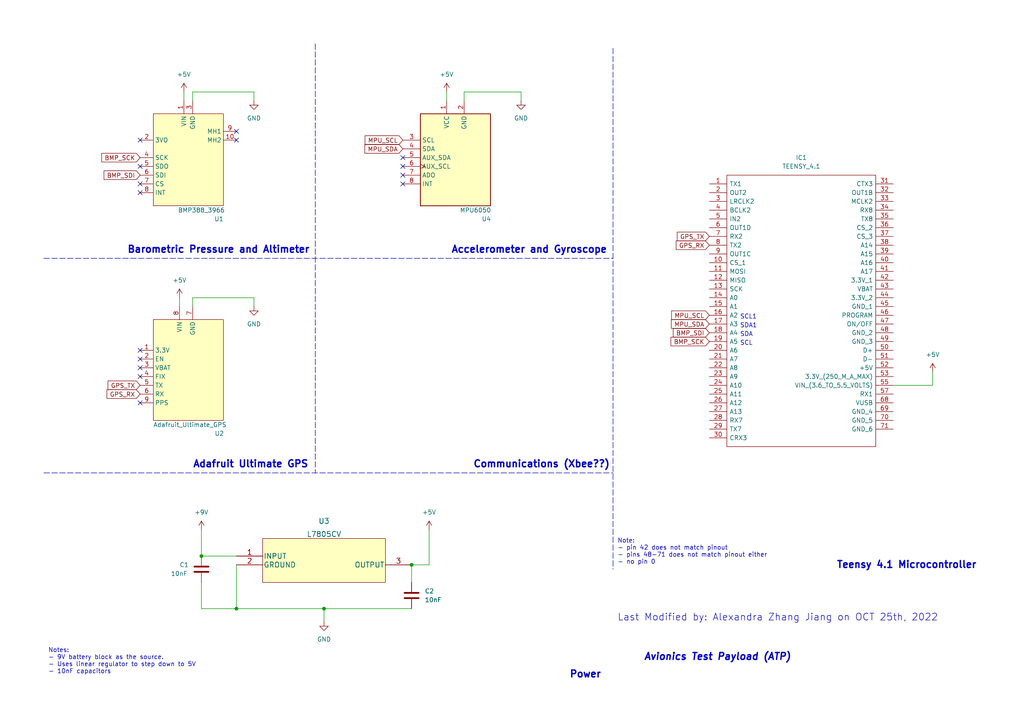
<source format=kicad_sch>
(kicad_sch (version 20211123) (generator eeschema)

  (uuid 914e70d8-4a87-401f-9eec-90c907ad61cb)

  (paper "A4")

  (lib_symbols
    (symbol "ATP_Teensy-lib:Adafruit_Ultimate_GPS" (in_bom yes) (on_board yes)
      (property "Reference" "U" (id 0) (at 0 -19.05 0)
        (effects (font (size 1.27 1.27)))
      )
      (property "Value" "Adafruit_Ultimate_GPS" (id 1) (at 0 -16.51 0)
        (effects (font (size 1.27 1.27)))
      )
      (property "Footprint" "" (id 2) (at 0 -19.05 0)
        (effects (font (size 1.27 1.27)) hide)
      )
      (property "Datasheet" "" (id 3) (at 0 -19.05 0)
        (effects (font (size 1.27 1.27)) hide)
      )
      (symbol "Adafruit_Ultimate_GPS_0_1"
        (rectangle (start -10.16 15.24) (end 10.16 -13.97)
          (stroke (width 0) (type default) (color 0 0 0 0))
          (fill (type background))
        )
      )
      (symbol "Adafruit_Ultimate_GPS_1_1"
        (pin power_out line (at -13.97 6.35 0) (length 3.81)
          (name "3.3V" (effects (font (size 1.27 1.27))))
          (number "1" (effects (font (size 1.27 1.27))))
        )
        (pin input line (at -13.97 3.81 0) (length 3.81)
          (name "EN" (effects (font (size 1.27 1.27))))
          (number "2" (effects (font (size 1.27 1.27))))
        )
        (pin input line (at -13.97 1.27 0) (length 3.81)
          (name "VBAT" (effects (font (size 1.27 1.27))))
          (number "3" (effects (font (size 1.27 1.27))))
        )
        (pin output line (at -13.97 -1.27 0) (length 3.81)
          (name "FIX" (effects (font (size 1.27 1.27))))
          (number "4" (effects (font (size 1.27 1.27))))
        )
        (pin output line (at -13.97 -3.81 0) (length 3.81)
          (name "TX" (effects (font (size 1.27 1.27))))
          (number "5" (effects (font (size 1.27 1.27))))
        )
        (pin input line (at -13.97 -6.35 0) (length 3.81)
          (name "RX" (effects (font (size 1.27 1.27))))
          (number "6" (effects (font (size 1.27 1.27))))
        )
        (pin power_in line (at 1.27 19.05 270) (length 3.81)
          (name "GND" (effects (font (size 1.27 1.27))))
          (number "7" (effects (font (size 1.27 1.27))))
        )
        (pin power_in line (at -2.54 19.05 270) (length 3.81)
          (name "VIN" (effects (font (size 1.27 1.27))))
          (number "8" (effects (font (size 1.27 1.27))))
        )
        (pin output line (at -13.97 -8.89 0) (length 3.81)
          (name "PPS" (effects (font (size 1.27 1.27))))
          (number "9" (effects (font (size 1.27 1.27))))
        )
      )
    )
    (symbol "ATP_Teensy-lib:BMP388_3966" (in_bom yes) (on_board yes)
      (property "Reference" "U" (id 0) (at 0 -17.78 0)
        (effects (font (size 1.27 1.27)))
      )
      (property "Value" "BMP388_3966" (id 1) (at 0 -15.24 0)
        (effects (font (size 1.27 1.27)))
      )
      (property "Footprint" "" (id 2) (at 0 -17.78 0)
        (effects (font (size 1.27 1.27)) hide)
      )
      (property "Datasheet" "" (id 3) (at 0 -17.78 0)
        (effects (font (size 1.27 1.27)) hide)
      )
      (symbol "BMP388_3966_0_1"
        (rectangle (start -10.16 13.97) (end 10.16 -12.7)
          (stroke (width 0) (type default) (color 0 0 0 0))
          (fill (type background))
        )
      )
      (symbol "BMP388_3966_1_1"
        (pin power_in line (at -1.27 17.78 270) (length 3.81)
          (name "VIN" (effects (font (size 1.27 1.27))))
          (number "1" (effects (font (size 1.27 1.27))))
        )
        (pin passive line (at 13.97 6.35 180) (length 3.81)
          (name "MH2" (effects (font (size 1.27 1.27))))
          (number "10" (effects (font (size 1.27 1.27))))
        )
        (pin passive line (at -13.97 6.35 0) (length 3.81)
          (name "3VO" (effects (font (size 1.27 1.27))))
          (number "2" (effects (font (size 1.27 1.27))))
        )
        (pin power_in line (at 1.27 17.78 270) (length 3.81)
          (name "GND" (effects (font (size 1.27 1.27))))
          (number "3" (effects (font (size 1.27 1.27))))
        )
        (pin output line (at -13.97 1.27 0) (length 3.81)
          (name "SCK" (effects (font (size 1.27 1.27))))
          (number "4" (effects (font (size 1.27 1.27))))
        )
        (pin input line (at -13.97 -1.27 0) (length 3.81)
          (name "SDO" (effects (font (size 1.27 1.27))))
          (number "5" (effects (font (size 1.27 1.27))))
        )
        (pin input line (at -13.97 -3.81 0) (length 3.81)
          (name "SDI" (effects (font (size 1.27 1.27))))
          (number "6" (effects (font (size 1.27 1.27))))
        )
        (pin input line (at -13.97 -6.35 0) (length 3.81)
          (name "CS" (effects (font (size 1.27 1.27))))
          (number "7" (effects (font (size 1.27 1.27))))
        )
        (pin output line (at -13.97 -8.89 0) (length 3.81)
          (name "INT" (effects (font (size 1.27 1.27))))
          (number "8" (effects (font (size 1.27 1.27))))
        )
        (pin passive line (at 13.97 8.89 180) (length 3.81)
          (name "MH1" (effects (font (size 1.27 1.27))))
          (number "9" (effects (font (size 1.27 1.27))))
        )
      )
    )
    (symbol "ATP_Teensy-lib:L7805CV" (pin_names (offset 0.254)) (in_bom yes) (on_board yes)
      (property "Reference" "U" (id 0) (at 0 12.7 0)
        (effects (font (size 1.524 1.524)))
      )
      (property "Value" "L7805CV" (id 1) (at 0 10.16 0)
        (effects (font (size 1.524 1.524)))
      )
      (property "Footprint" "TO-220_STM" (id 2) (at 0 8.636 0)
        (effects (font (size 1.524 1.524)) hide)
      )
      (property "Datasheet" "" (id 3) (at -25.4 2.54 0)
        (effects (font (size 1.524 1.524)))
      )
      (property "ki_locked" "" (id 4) (at 0 0 0)
        (effects (font (size 1.27 1.27)))
      )
      (property "ki_fp_filters" "TO-220_STM" (id 5) (at 0 0 0)
        (effects (font (size 1.27 1.27)) hide)
      )
      (symbol "L7805CV_1_1"
        (rectangle (start -17.78 7.62) (end 17.78 -5.08)
          (stroke (width 0) (type default) (color 0 0 0 0))
          (fill (type background))
        )
        (pin input line (at -25.4 2.54 0) (length 7.62)
          (name "INPUT" (effects (font (size 1.4986 1.4986))))
          (number "1" (effects (font (size 1.4986 1.4986))))
        )
        (pin power_in line (at -25.4 0 0) (length 7.62)
          (name "GROUND" (effects (font (size 1.4986 1.4986))))
          (number "2" (effects (font (size 1.4986 1.4986))))
        )
        (pin output line (at 25.4 0 180) (length 7.62)
          (name "OUTPUT" (effects (font (size 1.4986 1.4986))))
          (number "3" (effects (font (size 1.4986 1.4986))))
        )
      )
    )
    (symbol "ATP_Teensy-lib:MPU6050" (in_bom yes) (on_board yes)
      (property "Reference" "U" (id 0) (at 0 -19.05 0)
        (effects (font (size 1.27 1.27)))
      )
      (property "Value" "MPU6050" (id 1) (at 0 -16.51 0)
        (effects (font (size 1.27 1.27)))
      )
      (property "Footprint" "" (id 2) (at 0 -19.05 0)
        (effects (font (size 1.27 1.27)) hide)
      )
      (property "Datasheet" "" (id 3) (at 0 -19.05 0)
        (effects (font (size 1.27 1.27)) hide)
      )
      (symbol "MPU6050_0_0"
        (text "" (at 15.24 -3.81 0)
          (effects (font (size 1.27 1.27)))
        )
      )
      (symbol "MPU6050_0_1"
        (rectangle (start -10.16 12.7) (end 10.16 -13.97)
          (stroke (width 0.254) (type default) (color 0 0 0 0))
          (fill (type background))
        )
      )
      (symbol "MPU6050_1_1"
        (pin power_in line (at -2.54 16.51 270) (length 3.81)
          (name "VCC" (effects (font (size 1.27 1.27))))
          (number "1" (effects (font (size 1.27 1.27))))
        )
        (pin power_in line (at 2.54 16.51 270) (length 3.81)
          (name "GND" (effects (font (size 1.27 1.27))))
          (number "2" (effects (font (size 1.27 1.27))))
        )
        (pin input line (at -15.24 5.08 0) (length 5.08)
          (name "SCL" (effects (font (size 1.27 1.27))))
          (number "3" (effects (font (size 1.27 1.27))))
        )
        (pin bidirectional line (at -15.24 2.54 0) (length 5.08)
          (name "SDA" (effects (font (size 1.27 1.27))))
          (number "4" (effects (font (size 1.27 1.27))))
        )
        (pin bidirectional line (at -15.24 0 0) (length 5.08)
          (name "AUX_SDA" (effects (font (size 1.27 1.27))))
          (number "5" (effects (font (size 1.27 1.27))))
        )
        (pin output clock (at -15.24 -2.54 0) (length 5.08)
          (name "AUX_SCL" (effects (font (size 1.27 1.27))))
          (number "6" (effects (font (size 1.27 1.27))))
        )
        (pin passive line (at -15.24 -5.08 0) (length 5.08)
          (name "ADO" (effects (font (size 1.27 1.27))))
          (number "7" (effects (font (size 1.27 1.27))))
        )
        (pin output line (at -15.24 -7.62 0) (length 5.08)
          (name "INT" (effects (font (size 1.27 1.27))))
          (number "8" (effects (font (size 1.27 1.27))))
        )
      )
    )
    (symbol "ATP_Teensy-lib:TEENSY_4.1" (pin_names (offset 0.762)) (in_bom yes) (on_board yes)
      (property "Reference" "IC" (id 0) (at -21.59 41.91 0)
        (effects (font (size 1.27 1.27)) (justify left))
      )
      (property "Value" "TEENSY_4.1" (id 1) (at -21.59 39.37 0)
        (effects (font (size 1.27 1.27)) (justify left))
      )
      (property "Footprint" "TEENSY41" (id 2) (at 36.83 36.83 0)
        (effects (font (size 1.27 1.27)) (justify left) hide)
      )
      (property "Datasheet" "https://www.pjrc.com/store/teensy41.html" (id 3) (at 36.83 34.29 0)
        (effects (font (size 1.27 1.27)) (justify left) hide)
      )
      (property "Description" "Teensy 4.1 Development Board" (id 4) (at 36.83 31.75 0)
        (effects (font (size 1.27 1.27)) (justify left) hide)
      )
      (property "Height" "" (id 5) (at 22.86 30.48 0)
        (effects (font (size 1.27 1.27)) (justify left) hide)
      )
      (property "Manufacturer_Name" "PJRC" (id 6) (at 36.83 29.21 0)
        (effects (font (size 1.27 1.27)) (justify left) hide)
      )
      (property "Manufacturer_Part_Number" "TEENSY 4.1" (id 7) (at 36.83 26.67 0)
        (effects (font (size 1.27 1.27)) (justify left) hide)
      )
      (property "Mouser Part Number" "" (id 8) (at 22.86 22.86 0)
        (effects (font (size 1.27 1.27)) (justify left) hide)
      )
      (property "Mouser Price/Stock" "" (id 9) (at 22.86 20.32 0)
        (effects (font (size 1.27 1.27)) (justify left) hide)
      )
      (property "Arrow Part Number" "" (id 10) (at 22.86 17.78 0)
        (effects (font (size 1.27 1.27)) (justify left) hide)
      )
      (property "Arrow Price/Stock" "" (id 11) (at 22.86 15.24 0)
        (effects (font (size 1.27 1.27)) (justify left) hide)
      )
      (property "Mouser Testing Part Number" "" (id 12) (at 22.86 12.7 0)
        (effects (font (size 1.27 1.27)) (justify left) hide)
      )
      (property "Mouser Testing Price/Stock" "" (id 13) (at 22.86 10.16 0)
        (effects (font (size 1.27 1.27)) (justify left) hide)
      )
      (property "ki_description" "Teensy 4.1 Development Board" (id 14) (at 0 0 0)
        (effects (font (size 1.27 1.27)) hide)
      )
      (symbol "TEENSY_4.1_0_0"
        (pin passive line (at -26.67 35.56 0) (length 5.08)
          (name "TX1" (effects (font (size 1.27 1.27))))
          (number "1" (effects (font (size 1.27 1.27))))
        )
        (pin passive line (at -26.67 12.7 0) (length 5.08)
          (name "CS_1" (effects (font (size 1.27 1.27))))
          (number "10" (effects (font (size 1.27 1.27))))
        )
        (pin passive line (at -26.67 10.16 0) (length 5.08)
          (name "MOSI" (effects (font (size 1.27 1.27))))
          (number "11" (effects (font (size 1.27 1.27))))
        )
        (pin passive line (at -26.67 7.62 0) (length 5.08)
          (name "MISO" (effects (font (size 1.27 1.27))))
          (number "12" (effects (font (size 1.27 1.27))))
        )
        (pin passive line (at -26.67 5.08 0) (length 5.08)
          (name "SCK" (effects (font (size 1.27 1.27))))
          (number "13" (effects (font (size 1.27 1.27))))
        )
        (pin passive line (at -26.67 2.54 0) (length 5.08)
          (name "A0" (effects (font (size 1.27 1.27))))
          (number "14" (effects (font (size 1.27 1.27))))
        )
        (pin passive line (at -26.67 0 0) (length 5.08)
          (name "A1" (effects (font (size 1.27 1.27))))
          (number "15" (effects (font (size 1.27 1.27))))
        )
        (pin passive line (at -26.67 -2.54 0) (length 5.08)
          (name "A2" (effects (font (size 1.27 1.27))))
          (number "16" (effects (font (size 1.27 1.27))))
        )
        (pin passive line (at -26.67 -5.08 0) (length 5.08)
          (name "A3" (effects (font (size 1.27 1.27))))
          (number "17" (effects (font (size 1.27 1.27))))
        )
        (pin passive line (at -26.67 -7.62 0) (length 5.08)
          (name "A4" (effects (font (size 1.27 1.27))))
          (number "18" (effects (font (size 1.27 1.27))))
        )
        (pin passive line (at -26.67 -10.16 0) (length 5.08)
          (name "A5" (effects (font (size 1.27 1.27))))
          (number "19" (effects (font (size 1.27 1.27))))
        )
        (pin passive line (at -26.67 33.02 0) (length 5.08)
          (name "OUT2" (effects (font (size 1.27 1.27))))
          (number "2" (effects (font (size 1.27 1.27))))
        )
        (pin passive line (at -26.67 -12.7 0) (length 5.08)
          (name "A6" (effects (font (size 1.27 1.27))))
          (number "20" (effects (font (size 1.27 1.27))))
        )
        (pin passive line (at -26.67 -15.24 0) (length 5.08)
          (name "A7" (effects (font (size 1.27 1.27))))
          (number "21" (effects (font (size 1.27 1.27))))
        )
        (pin passive line (at -26.67 -17.78 0) (length 5.08)
          (name "A8" (effects (font (size 1.27 1.27))))
          (number "22" (effects (font (size 1.27 1.27))))
        )
        (pin passive line (at -26.67 -20.32 0) (length 5.08)
          (name "A9" (effects (font (size 1.27 1.27))))
          (number "23" (effects (font (size 1.27 1.27))))
        )
        (pin passive line (at -26.67 -22.86 0) (length 5.08)
          (name "A10" (effects (font (size 1.27 1.27))))
          (number "24" (effects (font (size 1.27 1.27))))
        )
        (pin passive line (at -26.67 -25.4 0) (length 5.08)
          (name "A11" (effects (font (size 1.27 1.27))))
          (number "25" (effects (font (size 1.27 1.27))))
        )
        (pin passive line (at -26.67 -27.94 0) (length 5.08)
          (name "A12" (effects (font (size 1.27 1.27))))
          (number "26" (effects (font (size 1.27 1.27))))
        )
        (pin passive line (at -26.67 -30.48 0) (length 5.08)
          (name "A13" (effects (font (size 1.27 1.27))))
          (number "27" (effects (font (size 1.27 1.27))))
        )
        (pin passive line (at -26.67 -33.02 0) (length 5.08)
          (name "RX7" (effects (font (size 1.27 1.27))))
          (number "28" (effects (font (size 1.27 1.27))))
        )
        (pin passive line (at -26.67 -35.56 0) (length 5.08)
          (name "TX7" (effects (font (size 1.27 1.27))))
          (number "29" (effects (font (size 1.27 1.27))))
        )
        (pin passive line (at -26.67 30.48 0) (length 5.08)
          (name "LRCLK2" (effects (font (size 1.27 1.27))))
          (number "3" (effects (font (size 1.27 1.27))))
        )
        (pin passive line (at -26.67 -38.1 0) (length 5.08)
          (name "CRX3" (effects (font (size 1.27 1.27))))
          (number "30" (effects (font (size 1.27 1.27))))
        )
        (pin passive line (at 26.67 35.56 180) (length 5.08)
          (name "CTX3" (effects (font (size 1.27 1.27))))
          (number "31" (effects (font (size 1.27 1.27))))
        )
        (pin passive line (at 26.67 33.02 180) (length 5.08)
          (name "OUT1B" (effects (font (size 1.27 1.27))))
          (number "32" (effects (font (size 1.27 1.27))))
        )
        (pin passive line (at 26.67 30.48 180) (length 5.08)
          (name "MCLK2" (effects (font (size 1.27 1.27))))
          (number "33" (effects (font (size 1.27 1.27))))
        )
        (pin passive line (at 26.67 27.94 180) (length 5.08)
          (name "RX8" (effects (font (size 1.27 1.27))))
          (number "34" (effects (font (size 1.27 1.27))))
        )
        (pin passive line (at 26.67 25.4 180) (length 5.08)
          (name "TX8" (effects (font (size 1.27 1.27))))
          (number "35" (effects (font (size 1.27 1.27))))
        )
        (pin passive line (at 26.67 22.86 180) (length 5.08)
          (name "CS_2" (effects (font (size 1.27 1.27))))
          (number "36" (effects (font (size 1.27 1.27))))
        )
        (pin passive line (at 26.67 20.32 180) (length 5.08)
          (name "CS_3" (effects (font (size 1.27 1.27))))
          (number "37" (effects (font (size 1.27 1.27))))
        )
        (pin passive line (at 26.67 17.78 180) (length 5.08)
          (name "A14" (effects (font (size 1.27 1.27))))
          (number "38" (effects (font (size 1.27 1.27))))
        )
        (pin passive line (at 26.67 15.24 180) (length 5.08)
          (name "A15" (effects (font (size 1.27 1.27))))
          (number "39" (effects (font (size 1.27 1.27))))
        )
        (pin passive line (at -26.67 27.94 0) (length 5.08)
          (name "BCLK2" (effects (font (size 1.27 1.27))))
          (number "4" (effects (font (size 1.27 1.27))))
        )
        (pin passive line (at 26.67 12.7 180) (length 5.08)
          (name "A16" (effects (font (size 1.27 1.27))))
          (number "40" (effects (font (size 1.27 1.27))))
        )
        (pin passive line (at 26.67 10.16 180) (length 5.08)
          (name "A17" (effects (font (size 1.27 1.27))))
          (number "41" (effects (font (size 1.27 1.27))))
        )
        (pin passive line (at 26.67 7.62 180) (length 5.08)
          (name "3.3V_1" (effects (font (size 1.27 1.27))))
          (number "42" (effects (font (size 1.27 1.27))))
        )
        (pin passive line (at 26.67 5.08 180) (length 5.08)
          (name "VBAT" (effects (font (size 1.27 1.27))))
          (number "43" (effects (font (size 1.27 1.27))))
        )
        (pin passive line (at 26.67 2.54 180) (length 5.08)
          (name "3.3V_2" (effects (font (size 1.27 1.27))))
          (number "44" (effects (font (size 1.27 1.27))))
        )
        (pin passive line (at 26.67 0 180) (length 5.08)
          (name "GND_1" (effects (font (size 1.27 1.27))))
          (number "45" (effects (font (size 1.27 1.27))))
        )
        (pin passive line (at 26.67 -2.54 180) (length 5.08)
          (name "PROGRAM" (effects (font (size 1.27 1.27))))
          (number "46" (effects (font (size 1.27 1.27))))
        )
        (pin passive line (at 26.67 -5.08 180) (length 5.08)
          (name "ON/OFF" (effects (font (size 1.27 1.27))))
          (number "47" (effects (font (size 1.27 1.27))))
        )
        (pin passive line (at 26.67 -7.62 180) (length 5.08)
          (name "GND_2" (effects (font (size 1.27 1.27))))
          (number "48" (effects (font (size 1.27 1.27))))
        )
        (pin passive line (at 26.67 -10.16 180) (length 5.08)
          (name "GND_3" (effects (font (size 1.27 1.27))))
          (number "49" (effects (font (size 1.27 1.27))))
        )
        (pin passive line (at -26.67 25.4 0) (length 5.08)
          (name "IN2" (effects (font (size 1.27 1.27))))
          (number "5" (effects (font (size 1.27 1.27))))
        )
        (pin passive line (at 26.67 -12.7 180) (length 5.08)
          (name "D+" (effects (font (size 1.27 1.27))))
          (number "50" (effects (font (size 1.27 1.27))))
        )
        (pin passive line (at 26.67 -15.24 180) (length 5.08)
          (name "D-" (effects (font (size 1.27 1.27))))
          (number "51" (effects (font (size 1.27 1.27))))
        )
        (pin passive line (at 26.67 -17.78 180) (length 5.08)
          (name "+5V" (effects (font (size 1.27 1.27))))
          (number "52" (effects (font (size 1.27 1.27))))
        )
        (pin passive line (at 26.67 -20.32 180) (length 5.08)
          (name "3.3V_(250_M_A_MAX)" (effects (font (size 1.27 1.27))))
          (number "53" (effects (font (size 1.27 1.27))))
        )
        (pin passive line (at 26.67 -22.86 180) (length 5.08)
          (name "VIN_(3.6_TO_5.5_VOLTS)" (effects (font (size 1.27 1.27))))
          (number "55" (effects (font (size 1.27 1.27))))
        )
        (pin passive line (at 26.67 -25.4 180) (length 5.08)
          (name "RX1" (effects (font (size 1.27 1.27))))
          (number "57" (effects (font (size 1.27 1.27))))
        )
        (pin passive line (at -26.67 22.86 0) (length 5.08)
          (name "OUT1D" (effects (font (size 1.27 1.27))))
          (number "6" (effects (font (size 1.27 1.27))))
        )
        (pin passive line (at 26.67 -27.94 180) (length 5.08)
          (name "VUSB" (effects (font (size 1.27 1.27))))
          (number "68" (effects (font (size 1.27 1.27))))
        )
        (pin passive line (at 26.67 -30.48 180) (length 5.08)
          (name "GND_4" (effects (font (size 1.27 1.27))))
          (number "69" (effects (font (size 1.27 1.27))))
        )
        (pin passive line (at -26.67 20.32 0) (length 5.08)
          (name "RX2" (effects (font (size 1.27 1.27))))
          (number "7" (effects (font (size 1.27 1.27))))
        )
        (pin passive line (at 26.67 -33.02 180) (length 5.08)
          (name "GND_5" (effects (font (size 1.27 1.27))))
          (number "70" (effects (font (size 1.27 1.27))))
        )
        (pin passive line (at 26.67 -35.56 180) (length 5.08)
          (name "GND_6" (effects (font (size 1.27 1.27))))
          (number "71" (effects (font (size 1.27 1.27))))
        )
        (pin passive line (at -26.67 17.78 0) (length 5.08)
          (name "TX2" (effects (font (size 1.27 1.27))))
          (number "8" (effects (font (size 1.27 1.27))))
        )
        (pin passive line (at -26.67 15.24 0) (length 5.08)
          (name "OUT1C" (effects (font (size 1.27 1.27))))
          (number "9" (effects (font (size 1.27 1.27))))
        )
      )
      (symbol "TEENSY_4.1_0_1"
        (polyline
          (pts
            (xy -21.59 38.1)
            (xy 21.59 38.1)
            (xy 21.59 -40.64)
            (xy -21.59 -40.64)
            (xy -21.59 38.1)
          )
          (stroke (width 0.1524) (type default) (color 0 0 0 0))
          (fill (type none))
        )
      )
    )
    (symbol "Device:C" (pin_numbers hide) (pin_names (offset 0.254)) (in_bom yes) (on_board yes)
      (property "Reference" "C" (id 0) (at 0.635 2.54 0)
        (effects (font (size 1.27 1.27)) (justify left))
      )
      (property "Value" "C" (id 1) (at 0.635 -2.54 0)
        (effects (font (size 1.27 1.27)) (justify left))
      )
      (property "Footprint" "" (id 2) (at 0.9652 -3.81 0)
        (effects (font (size 1.27 1.27)) hide)
      )
      (property "Datasheet" "~" (id 3) (at 0 0 0)
        (effects (font (size 1.27 1.27)) hide)
      )
      (property "ki_keywords" "cap capacitor" (id 4) (at 0 0 0)
        (effects (font (size 1.27 1.27)) hide)
      )
      (property "ki_description" "Unpolarized capacitor" (id 5) (at 0 0 0)
        (effects (font (size 1.27 1.27)) hide)
      )
      (property "ki_fp_filters" "C_*" (id 6) (at 0 0 0)
        (effects (font (size 1.27 1.27)) hide)
      )
      (symbol "C_0_1"
        (polyline
          (pts
            (xy -2.032 -0.762)
            (xy 2.032 -0.762)
          )
          (stroke (width 0.508) (type default) (color 0 0 0 0))
          (fill (type none))
        )
        (polyline
          (pts
            (xy -2.032 0.762)
            (xy 2.032 0.762)
          )
          (stroke (width 0.508) (type default) (color 0 0 0 0))
          (fill (type none))
        )
      )
      (symbol "C_1_1"
        (pin passive line (at 0 3.81 270) (length 2.794)
          (name "~" (effects (font (size 1.27 1.27))))
          (number "1" (effects (font (size 1.27 1.27))))
        )
        (pin passive line (at 0 -3.81 90) (length 2.794)
          (name "~" (effects (font (size 1.27 1.27))))
          (number "2" (effects (font (size 1.27 1.27))))
        )
      )
    )
    (symbol "power:+5V" (power) (pin_names (offset 0)) (in_bom yes) (on_board yes)
      (property "Reference" "#PWR" (id 0) (at 0 -3.81 0)
        (effects (font (size 1.27 1.27)) hide)
      )
      (property "Value" "+5V" (id 1) (at 0 3.556 0)
        (effects (font (size 1.27 1.27)))
      )
      (property "Footprint" "" (id 2) (at 0 0 0)
        (effects (font (size 1.27 1.27)) hide)
      )
      (property "Datasheet" "" (id 3) (at 0 0 0)
        (effects (font (size 1.27 1.27)) hide)
      )
      (property "ki_keywords" "power-flag" (id 4) (at 0 0 0)
        (effects (font (size 1.27 1.27)) hide)
      )
      (property "ki_description" "Power symbol creates a global label with name \"+5V\"" (id 5) (at 0 0 0)
        (effects (font (size 1.27 1.27)) hide)
      )
      (symbol "+5V_0_1"
        (polyline
          (pts
            (xy -0.762 1.27)
            (xy 0 2.54)
          )
          (stroke (width 0) (type default) (color 0 0 0 0))
          (fill (type none))
        )
        (polyline
          (pts
            (xy 0 0)
            (xy 0 2.54)
          )
          (stroke (width 0) (type default) (color 0 0 0 0))
          (fill (type none))
        )
        (polyline
          (pts
            (xy 0 2.54)
            (xy 0.762 1.27)
          )
          (stroke (width 0) (type default) (color 0 0 0 0))
          (fill (type none))
        )
      )
      (symbol "+5V_1_1"
        (pin power_in line (at 0 0 90) (length 0) hide
          (name "+5V" (effects (font (size 1.27 1.27))))
          (number "1" (effects (font (size 1.27 1.27))))
        )
      )
    )
    (symbol "power:+9V" (power) (pin_names (offset 0)) (in_bom yes) (on_board yes)
      (property "Reference" "#PWR" (id 0) (at 0 -3.81 0)
        (effects (font (size 1.27 1.27)) hide)
      )
      (property "Value" "+9V" (id 1) (at 0 3.556 0)
        (effects (font (size 1.27 1.27)))
      )
      (property "Footprint" "" (id 2) (at 0 0 0)
        (effects (font (size 1.27 1.27)) hide)
      )
      (property "Datasheet" "" (id 3) (at 0 0 0)
        (effects (font (size 1.27 1.27)) hide)
      )
      (property "ki_keywords" "power-flag" (id 4) (at 0 0 0)
        (effects (font (size 1.27 1.27)) hide)
      )
      (property "ki_description" "Power symbol creates a global label with name \"+9V\"" (id 5) (at 0 0 0)
        (effects (font (size 1.27 1.27)) hide)
      )
      (symbol "+9V_0_1"
        (polyline
          (pts
            (xy -0.762 1.27)
            (xy 0 2.54)
          )
          (stroke (width 0) (type default) (color 0 0 0 0))
          (fill (type none))
        )
        (polyline
          (pts
            (xy 0 0)
            (xy 0 2.54)
          )
          (stroke (width 0) (type default) (color 0 0 0 0))
          (fill (type none))
        )
        (polyline
          (pts
            (xy 0 2.54)
            (xy 0.762 1.27)
          )
          (stroke (width 0) (type default) (color 0 0 0 0))
          (fill (type none))
        )
      )
      (symbol "+9V_1_1"
        (pin power_in line (at 0 0 90) (length 0) hide
          (name "+9V" (effects (font (size 1.27 1.27))))
          (number "1" (effects (font (size 1.27 1.27))))
        )
      )
    )
    (symbol "power:GND" (power) (pin_names (offset 0)) (in_bom yes) (on_board yes)
      (property "Reference" "#PWR" (id 0) (at 0 -6.35 0)
        (effects (font (size 1.27 1.27)) hide)
      )
      (property "Value" "GND" (id 1) (at 0 -3.81 0)
        (effects (font (size 1.27 1.27)))
      )
      (property "Footprint" "" (id 2) (at 0 0 0)
        (effects (font (size 1.27 1.27)) hide)
      )
      (property "Datasheet" "" (id 3) (at 0 0 0)
        (effects (font (size 1.27 1.27)) hide)
      )
      (property "ki_keywords" "power-flag" (id 4) (at 0 0 0)
        (effects (font (size 1.27 1.27)) hide)
      )
      (property "ki_description" "Power symbol creates a global label with name \"GND\" , ground" (id 5) (at 0 0 0)
        (effects (font (size 1.27 1.27)) hide)
      )
      (symbol "GND_0_1"
        (polyline
          (pts
            (xy 0 0)
            (xy 0 -1.27)
            (xy 1.27 -1.27)
            (xy 0 -2.54)
            (xy -1.27 -1.27)
            (xy 0 -1.27)
          )
          (stroke (width 0) (type default) (color 0 0 0 0))
          (fill (type none))
        )
      )
      (symbol "GND_1_1"
        (pin power_in line (at 0 0 270) (length 0) hide
          (name "GND" (effects (font (size 1.27 1.27))))
          (number "1" (effects (font (size 1.27 1.27))))
        )
      )
    )
  )

  (junction (at 93.98 176.53) (diameter 0) (color 0 0 0 0)
    (uuid 35b85451-8669-45b4-96c4-fd9e7becc0bd)
  )
  (junction (at 58.42 161.29) (diameter 0) (color 0 0 0 0)
    (uuid 9e3a3e9d-9c5e-480d-92a4-a26db2a836ac)
  )
  (junction (at 119.38 163.83) (diameter 0) (color 0 0 0 0)
    (uuid a5d4166c-2e45-4d28-ac95-33a724bc00a2)
  )
  (junction (at 68.58 176.53) (diameter 0) (color 0 0 0 0)
    (uuid f858f8d9-4b09-4f6b-bf27-e4d2f74c8618)
  )

  (no_connect (at 40.64 40.64) (uuid 0e68508b-b22f-4be7-963a-68e1a0aa3b25))
  (no_connect (at 116.84 53.34) (uuid 1544042b-04cf-41e9-99ed-731fd06b0984))
  (no_connect (at 116.84 45.72) (uuid 1544042b-04cf-41e9-99ed-731fd06b0984))
  (no_connect (at 116.84 48.26) (uuid 1544042b-04cf-41e9-99ed-731fd06b0984))
  (no_connect (at 116.84 50.8) (uuid 1544042b-04cf-41e9-99ed-731fd06b0984))
  (no_connect (at 68.58 40.64) (uuid 785d1d9c-a9a8-4e3c-a922-b87a1e95107d))
  (no_connect (at 68.58 38.1) (uuid 785d1d9c-a9a8-4e3c-a922-b87a1e95107d))
  (no_connect (at 40.64 55.88) (uuid 943bef48-4dc9-4e66-9894-3c52319d7858))
  (no_connect (at 40.64 48.26) (uuid 943bef48-4dc9-4e66-9894-3c52319d7858))
  (no_connect (at 40.64 53.34) (uuid 943bef48-4dc9-4e66-9894-3c52319d7858))
  (no_connect (at 40.64 101.6) (uuid d74586bd-2b34-4173-8838-e747cf94934c))
  (no_connect (at 40.64 109.22) (uuid d74586bd-2b34-4173-8838-e747cf94934c))
  (no_connect (at 40.64 104.14) (uuid d74586bd-2b34-4173-8838-e747cf94934c))
  (no_connect (at 40.64 106.68) (uuid d74586bd-2b34-4173-8838-e747cf94934c))
  (no_connect (at 40.64 116.84) (uuid d74586bd-2b34-4173-8838-e747cf94934c))

  (wire (pts (xy 270.51 111.76) (xy 270.51 107.95))
    (stroke (width 0) (type default) (color 0 0 0 0))
    (uuid 07fa8cea-22c5-4afa-b3ca-372105a93243)
  )
  (wire (pts (xy 52.07 86.36) (xy 52.07 88.9))
    (stroke (width 0) (type default) (color 0 0 0 0))
    (uuid 0c1d085f-fb4a-449a-9136-cd233a39343b)
  )
  (wire (pts (xy 119.38 163.83) (xy 119.38 168.91))
    (stroke (width 0) (type default) (color 0 0 0 0))
    (uuid 10bcee2d-664f-4b77-82c3-0884e8e1c929)
  )
  (wire (pts (xy 55.88 86.36) (xy 73.66 86.36))
    (stroke (width 0) (type default) (color 0 0 0 0))
    (uuid 19612e4f-4370-4cff-a6d0-c3cd84f656aa)
  )
  (wire (pts (xy 129.54 26.67) (xy 129.54 29.21))
    (stroke (width 0) (type default) (color 0 0 0 0))
    (uuid 1e0b60d2-98b7-4c5d-af6b-7bd2698dfc1d)
  )
  (wire (pts (xy 68.58 163.83) (xy 68.58 176.53))
    (stroke (width 0) (type default) (color 0 0 0 0))
    (uuid 23eebc5c-3cfe-4696-ac55-12890f3c9ee6)
  )
  (polyline (pts (xy 91.44 12.7) (xy 91.44 137.16))
    (stroke (width 0) (type default) (color 0 0 0 0))
    (uuid 2b7e3deb-c724-4f0e-b805-1d97f159b579)
  )

  (wire (pts (xy 58.42 153.67) (xy 58.42 161.29))
    (stroke (width 0) (type default) (color 0 0 0 0))
    (uuid 2e9a3839-ac11-4698-85a5-7b2f7820f7ad)
  )
  (wire (pts (xy 93.98 176.53) (xy 119.38 176.53))
    (stroke (width 0) (type default) (color 0 0 0 0))
    (uuid 2f98b04a-27b7-45bb-ae67-2d80348be50c)
  )
  (wire (pts (xy 58.42 168.91) (xy 58.42 176.53))
    (stroke (width 0) (type default) (color 0 0 0 0))
    (uuid 32f364c3-6416-4bdc-a3d9-4676b368ef6b)
  )
  (polyline (pts (xy 12.7 74.93) (xy 177.8 74.93))
    (stroke (width 0) (type default) (color 0 0 0 0))
    (uuid 38acd255-74d5-4616-aedf-0cedcbc44e3d)
  )

  (wire (pts (xy 93.98 176.53) (xy 93.98 180.34))
    (stroke (width 0) (type default) (color 0 0 0 0))
    (uuid 3eba5d67-6f51-460a-81ea-1747ad6b1670)
  )
  (wire (pts (xy 151.13 26.67) (xy 151.13 29.21))
    (stroke (width 0) (type default) (color 0 0 0 0))
    (uuid 458ab6e1-6f57-4c92-9af9-d5723d50dcfe)
  )
  (wire (pts (xy 53.34 26.67) (xy 53.34 29.21))
    (stroke (width 0) (type default) (color 0 0 0 0))
    (uuid 48b9fc32-04bb-482a-9788-15682e68b776)
  )
  (wire (pts (xy 55.88 26.67) (xy 73.66 26.67))
    (stroke (width 0) (type default) (color 0 0 0 0))
    (uuid 6bcaf0be-ac24-48b0-8ca2-f041f364afcc)
  )
  (wire (pts (xy 134.62 29.21) (xy 134.62 26.67))
    (stroke (width 0) (type default) (color 0 0 0 0))
    (uuid 76812138-5e23-4182-bf3e-ee6c32fef3e0)
  )
  (wire (pts (xy 55.88 26.67) (xy 55.88 29.21))
    (stroke (width 0) (type default) (color 0 0 0 0))
    (uuid 86ac5eb5-2fb6-4bfd-9752-9b1b1661e8dc)
  )
  (polyline (pts (xy 177.8 13.97) (xy 177.8 165.1))
    (stroke (width 0) (type default) (color 0 0 0 0))
    (uuid 8c74611c-8522-4152-bfcd-bf4680d6e0ea)
  )

  (wire (pts (xy 119.38 163.83) (xy 124.46 163.83))
    (stroke (width 0) (type default) (color 0 0 0 0))
    (uuid 8cc4cb73-0f88-4319-94bc-e9a91bb71ec6)
  )
  (wire (pts (xy 55.88 88.9) (xy 55.88 86.36))
    (stroke (width 0) (type default) (color 0 0 0 0))
    (uuid 9039f0e2-9548-477c-b289-81e988e3c37e)
  )
  (wire (pts (xy 73.66 86.36) (xy 73.66 88.9))
    (stroke (width 0) (type default) (color 0 0 0 0))
    (uuid 908c5736-1a8a-4e83-9c00-016d71d49ec0)
  )
  (wire (pts (xy 124.46 163.83) (xy 124.46 153.67))
    (stroke (width 0) (type default) (color 0 0 0 0))
    (uuid 9ee2d946-08c3-4816-b007-da97938a5c08)
  )
  (wire (pts (xy 58.42 161.29) (xy 68.58 161.29))
    (stroke (width 0) (type default) (color 0 0 0 0))
    (uuid ac9b118e-6d43-43e2-8860-571b9d6b1f28)
  )
  (wire (pts (xy 58.42 176.53) (xy 68.58 176.53))
    (stroke (width 0) (type default) (color 0 0 0 0))
    (uuid d2e47cb2-84fe-4f4c-90b3-f3ba09085966)
  )
  (wire (pts (xy 134.62 26.67) (xy 151.13 26.67))
    (stroke (width 0) (type default) (color 0 0 0 0))
    (uuid daf88c75-c6ff-4275-9881-34c11e895bc6)
  )
  (wire (pts (xy 73.66 26.67) (xy 73.66 29.21))
    (stroke (width 0) (type default) (color 0 0 0 0))
    (uuid de175e95-9142-44de-84f1-e326e5216978)
  )
  (wire (pts (xy 68.58 176.53) (xy 93.98 176.53))
    (stroke (width 0) (type default) (color 0 0 0 0))
    (uuid e08eece7-9b43-4c98-90e7-e3b7b2b5b23b)
  )
  (polyline (pts (xy 12.7 137.16) (xy 177.8 137.16))
    (stroke (width 0) (type default) (color 0 0 0 0))
    (uuid e4634c0a-5814-41d5-a0ba-63a72a8e2b17)
  )

  (wire (pts (xy 259.08 111.76) (xy 270.51 111.76))
    (stroke (width 0) (type default) (color 0 0 0 0))
    (uuid e6d7dafb-3e89-4db4-8433-af824e66db43)
  )

  (text "Avionics Test Payload (ATP)" (at 186.69 191.77 0)
    (effects (font (size 2 2) bold italic) (justify left bottom))
    (uuid 090aa590-8a60-4276-b14c-ade0ae3ea40e)
  )
  (text "Communications (Xbee??)" (at 137.16 135.89 0)
    (effects (font (size 2 2) (thickness 0.4) bold) (justify left bottom))
    (uuid 0b558ec0-deb2-4585-a630-b306150cf5aa)
  )
  (text "Power" (at 165.1 196.85 0)
    (effects (font (size 2 2) (thickness 0.4) bold) (justify left bottom))
    (uuid 12ac3b39-2ec9-44c5-a010-7e755a6c7c63)
  )
  (text "Accelerometer and Gyroscope" (at 130.81 73.66 0)
    (effects (font (size 2 2) (thickness 0.4) bold) (justify left bottom))
    (uuid 1718fd67-7067-4733-bdcb-4146288c400d)
  )
  (text "Last Modified by: Alexandra Zhang Jiang on OCT 25th, 2022 "
    (at 179.07 180.34 0)
    (effects (font (size 2 2)) (justify left bottom))
    (uuid 1a45c8f8-d42a-4366-b5fb-328d84bfe419)
  )
  (text "Adafruit Ultimate GPS" (at 55.88 135.89 0)
    (effects (font (size 2 2) (thickness 0.4) bold) (justify left bottom))
    (uuid 1af4b670-075e-43a3-ac4f-c47ab2071b25)
  )
  (text "SCL" (at 214.63 100.33 0)
    (effects (font (size 1.27 1.27)) (justify left bottom))
    (uuid 2a7b4c74-f870-48a2-9952-9b0fb04c62ab)
  )
  (text "SDA1" (at 214.63 95.25 0)
    (effects (font (size 1.27 1.27)) (justify left bottom))
    (uuid 51d3215d-de9f-4f1f-a6b7-da138251264d)
  )
  (text "Barometric Pressure and Altimeter" (at 36.83 73.66 0)
    (effects (font (size 2 2) (thickness 0.4) bold) (justify left bottom))
    (uuid 94601657-37ca-4908-b2d7-96425b4d30f1)
  )
  (text "Note: \n- pin 42 does not match pinout\n- pins 48-71 does not match pinout either\n- no pin 0"
    (at 179.07 163.83 0)
    (effects (font (size 1.27 1.27)) (justify left bottom))
    (uuid 9e39f60b-19ef-4b12-8187-5b0de4e899ed)
  )
  (text "SCL1" (at 214.63 92.71 0)
    (effects (font (size 1.27 1.27)) (justify left bottom))
    (uuid c1ae8b63-ba10-4131-be92-0911fe0c8b07)
  )
  (text "Teensy 4.1 Microcontroller" (at 242.57 165.1 0)
    (effects (font (size 2 2) (thickness 0.4) bold) (justify left bottom))
    (uuid d358913f-371d-4a43-912b-820010413b69)
  )
  (text "SDA" (at 214.63 97.79 0)
    (effects (font (size 1.27 1.27)) (justify left bottom))
    (uuid f187b20a-2c0b-495d-8e90-cb4095b8773f)
  )
  (text "Notes:\n- 9V battery block as the source. \n- Uses linear regulator to step down to 5V\n- 10nF capacitors"
    (at 13.97 195.58 0)
    (effects (font (size 1.27 1.27)) (justify left bottom))
    (uuid fa75b75b-07f8-460f-8e1c-fada61778074)
  )

  (global_label "GPS_TX" (shape input) (at 205.74 68.58 180) (fields_autoplaced)
    (effects (font (size 1.27 1.27)) (justify right))
    (uuid 2f53b75c-f783-41b4-ade6-9cb43ddebf32)
    (property "Intersheet References" "${INTERSHEET_REFS}" (id 0) (at 196.4326 68.5006 0)
      (effects (font (size 1.27 1.27)) (justify right) hide)
    )
  )
  (global_label "GPS_RX" (shape input) (at 40.64 114.3 180) (fields_autoplaced)
    (effects (font (size 1.27 1.27)) (justify right))
    (uuid 39a01f9b-24c8-40e1-b4b7-ed9de173d157)
    (property "Intersheet References" "${INTERSHEET_REFS}" (id 0) (at 31.0302 114.2206 0)
      (effects (font (size 1.27 1.27)) (justify right) hide)
    )
  )
  (global_label "MPU_SDA" (shape input) (at 205.74 93.98 180) (fields_autoplaced)
    (effects (font (size 1.27 1.27)) (justify right))
    (uuid 42e49a80-be6d-4a76-a6ad-1eb0802ad995)
    (property "Intersheet References" "${INTERSHEET_REFS}" (id 0) (at 194.7393 93.9006 0)
      (effects (font (size 1.27 1.27)) (justify right) hide)
    )
  )
  (global_label "GPS_RX" (shape input) (at 205.74 71.12 180) (fields_autoplaced)
    (effects (font (size 1.27 1.27)) (justify right))
    (uuid 536fd2f0-485f-4fd3-a5f3-5cc2097f7f57)
    (property "Intersheet References" "${INTERSHEET_REFS}" (id 0) (at 196.1302 71.0406 0)
      (effects (font (size 1.27 1.27)) (justify right) hide)
    )
  )
  (global_label "BMP_SCK" (shape input) (at 40.64 45.72 180) (fields_autoplaced)
    (effects (font (size 1.27 1.27)) (justify right))
    (uuid 6b23c48e-fd7d-4dc2-a000-174901620286)
    (property "Intersheet References" "${INTERSHEET_REFS}" (id 0) (at 29.5183 45.6406 0)
      (effects (font (size 1.27 1.27)) (justify right) hide)
    )
  )
  (global_label "MPU_SCL" (shape input) (at 205.74 91.44 180) (fields_autoplaced)
    (effects (font (size 1.27 1.27)) (justify right))
    (uuid 8680836f-e47b-4437-a1bd-4b4ce3af45ee)
    (property "Intersheet References" "${INTERSHEET_REFS}" (id 0) (at 194.7998 91.3606 0)
      (effects (font (size 1.27 1.27)) (justify right) hide)
    )
  )
  (global_label "BMP_SCK" (shape input) (at 205.74 99.06 180) (fields_autoplaced)
    (effects (font (size 1.27 1.27)) (justify right))
    (uuid 877e8476-5cb0-4d27-b1ab-13a12a1e5df1)
    (property "Intersheet References" "${INTERSHEET_REFS}" (id 0) (at 194.6183 98.9806 0)
      (effects (font (size 1.27 1.27)) (justify right) hide)
    )
  )
  (global_label "BMP_SDI" (shape input) (at 205.74 96.52 180) (fields_autoplaced)
    (effects (font (size 1.27 1.27)) (justify right))
    (uuid aad84167-48af-48bc-9bbe-12cf2646f93b)
    (property "Intersheet References" "${INTERSHEET_REFS}" (id 0) (at 195.2836 96.4406 0)
      (effects (font (size 1.27 1.27)) (justify right) hide)
    )
  )
  (global_label "MPU_SCL" (shape input) (at 116.84 40.64 180) (fields_autoplaced)
    (effects (font (size 1.27 1.27)) (justify right))
    (uuid cb31a03f-1dc3-4ff8-8075-1e766a1d363e)
    (property "Intersheet References" "${INTERSHEET_REFS}" (id 0) (at 105.8998 40.5606 0)
      (effects (font (size 1.27 1.27)) (justify right) hide)
    )
  )
  (global_label "BMP_SDI" (shape input) (at 40.64 50.8 180) (fields_autoplaced)
    (effects (font (size 1.27 1.27)) (justify right))
    (uuid d65dad38-6447-45cb-978e-347b9c884fc8)
    (property "Intersheet References" "${INTERSHEET_REFS}" (id 0) (at 30.1836 50.7206 0)
      (effects (font (size 1.27 1.27)) (justify right) hide)
    )
  )
  (global_label "MPU_SDA" (shape input) (at 116.84 43.18 180) (fields_autoplaced)
    (effects (font (size 1.27 1.27)) (justify right))
    (uuid e44fca84-7468-4776-99ec-2db440c95926)
    (property "Intersheet References" "${INTERSHEET_REFS}" (id 0) (at 105.8393 43.1006 0)
      (effects (font (size 1.27 1.27)) (justify right) hide)
    )
  )
  (global_label "GPS_TX" (shape input) (at 40.64 111.76 180) (fields_autoplaced)
    (effects (font (size 1.27 1.27)) (justify right))
    (uuid f9d22a7c-0691-4469-89dd-cd8b128fc321)
    (property "Intersheet References" "${INTERSHEET_REFS}" (id 0) (at 31.3326 111.6806 0)
      (effects (font (size 1.27 1.27)) (justify right) hide)
    )
  )

  (symbol (lib_id "power:+5V") (at 124.46 153.67 0) (unit 1)
    (in_bom yes) (on_board yes) (fields_autoplaced)
    (uuid 1805fcb3-0091-4f17-932c-b12415dc8c5e)
    (property "Reference" "#PWR07" (id 0) (at 124.46 157.48 0)
      (effects (font (size 1.27 1.27)) hide)
    )
    (property "Value" "+5V" (id 1) (at 124.46 148.59 0))
    (property "Footprint" "" (id 2) (at 124.46 153.67 0)
      (effects (font (size 1.27 1.27)) hide)
    )
    (property "Datasheet" "" (id 3) (at 124.46 153.67 0)
      (effects (font (size 1.27 1.27)) hide)
    )
    (pin "1" (uuid 7519ddc0-261f-49fe-be82-64d71343c213))
  )

  (symbol (lib_id "power:+5V") (at 52.07 86.36 0) (unit 1)
    (in_bom yes) (on_board yes)
    (uuid 29fcf6fb-0709-4b2e-ac09-9447090f3dee)
    (property "Reference" "#PWR01" (id 0) (at 52.07 90.17 0)
      (effects (font (size 1.27 1.27)) hide)
    )
    (property "Value" "+5V" (id 1) (at 52.07 81.28 0))
    (property "Footprint" "" (id 2) (at 52.07 86.36 0)
      (effects (font (size 1.27 1.27)) hide)
    )
    (property "Datasheet" "" (id 3) (at 52.07 86.36 0)
      (effects (font (size 1.27 1.27)) hide)
    )
    (pin "1" (uuid 40c431e4-5151-47da-82cf-b542cb13cbb1))
  )

  (symbol (lib_id "ATP_Teensy-lib:Adafruit_Ultimate_GPS") (at 54.61 107.95 0) (unit 1)
    (in_bom yes) (on_board yes)
    (uuid 3e3f06d2-3146-4b56-a219-af626151c816)
    (property "Reference" "U2" (id 0) (at 62.23 125.73 0)
      (effects (font (size 1.27 1.27)) (justify left))
    )
    (property "Value" "Adafruit_Ultimate_GPS" (id 1) (at 44.45 123.19 0)
      (effects (font (size 1.27 1.27)) (justify left))
    )
    (property "Footprint" "" (id 2) (at 54.61 127 0)
      (effects (font (size 1.27 1.27)) hide)
    )
    (property "Datasheet" "" (id 3) (at 54.61 127 0)
      (effects (font (size 1.27 1.27)) hide)
    )
    (pin "1" (uuid a348d0a6-f16e-4190-ac3c-79564dffcb34))
    (pin "2" (uuid 21947958-c3ac-43b0-bbef-f18058320052))
    (pin "3" (uuid 49e871be-b024-4bd0-8e08-77724c1c590e))
    (pin "4" (uuid c4a2dd73-a57e-43df-9262-09df46d18468))
    (pin "5" (uuid 7e3afde0-e957-4b77-88f0-cb242648eb0f))
    (pin "6" (uuid 2555b457-46f6-46ba-8f6a-525bdbc04f8b))
    (pin "7" (uuid 84cc0b44-5bdc-47be-b1b5-36783712027b))
    (pin "8" (uuid 59513864-c8e6-49fd-8764-5d6b78ad4862))
    (pin "9" (uuid 6a9a1720-7e02-466d-973f-d07294058ff1))
  )

  (symbol (lib_id "power:GND") (at 93.98 180.34 0) (unit 1)
    (in_bom yes) (on_board yes) (fields_autoplaced)
    (uuid 422d60ab-3f14-45db-b299-024f178607a3)
    (property "Reference" "#PWR06" (id 0) (at 93.98 186.69 0)
      (effects (font (size 1.27 1.27)) hide)
    )
    (property "Value" "GND" (id 1) (at 93.98 185.42 0))
    (property "Footprint" "" (id 2) (at 93.98 180.34 0)
      (effects (font (size 1.27 1.27)) hide)
    )
    (property "Datasheet" "" (id 3) (at 93.98 180.34 0)
      (effects (font (size 1.27 1.27)) hide)
    )
    (pin "1" (uuid b68d8cff-1f3b-47be-8c37-2ab42fc9d06a))
  )

  (symbol (lib_id "Device:C") (at 119.38 172.72 0) (unit 1)
    (in_bom yes) (on_board yes) (fields_autoplaced)
    (uuid 43a2658b-0bf9-48ca-88de-28cffedd31e2)
    (property "Reference" "C2" (id 0) (at 123.19 171.4499 0)
      (effects (font (size 1.27 1.27)) (justify left))
    )
    (property "Value" "10nF" (id 1) (at 123.19 173.9899 0)
      (effects (font (size 1.27 1.27)) (justify left))
    )
    (property "Footprint" "" (id 2) (at 120.3452 176.53 0)
      (effects (font (size 1.27 1.27)) hide)
    )
    (property "Datasheet" "~" (id 3) (at 119.38 172.72 0)
      (effects (font (size 1.27 1.27)) hide)
    )
    (pin "1" (uuid 4cdb54b8-9673-4818-82d4-637fa231e941))
    (pin "2" (uuid ee14fcfe-de05-4923-8183-23f0cf6f7a92))
  )

  (symbol (lib_id "power:GND") (at 73.66 29.21 0) (unit 1)
    (in_bom yes) (on_board yes) (fields_autoplaced)
    (uuid 44312833-a5b8-437d-acd5-bd2e3ab15f08)
    (property "Reference" "#PWR04" (id 0) (at 73.66 35.56 0)
      (effects (font (size 1.27 1.27)) hide)
    )
    (property "Value" "GND" (id 1) (at 73.66 34.29 0))
    (property "Footprint" "" (id 2) (at 73.66 29.21 0)
      (effects (font (size 1.27 1.27)) hide)
    )
    (property "Datasheet" "" (id 3) (at 73.66 29.21 0)
      (effects (font (size 1.27 1.27)) hide)
    )
    (pin "1" (uuid b1773f0a-d494-45c7-ad7f-3e33e31dca39))
  )

  (symbol (lib_id "Device:C") (at 58.42 165.1 0) (unit 1)
    (in_bom yes) (on_board yes)
    (uuid 50f36c9b-eb3e-44cd-8050-fe7b161f3d47)
    (property "Reference" "C1" (id 0) (at 52.07 163.83 0)
      (effects (font (size 1.27 1.27)) (justify left))
    )
    (property "Value" "10nF" (id 1) (at 49.53 166.37 0)
      (effects (font (size 1.27 1.27)) (justify left))
    )
    (property "Footprint" "" (id 2) (at 59.3852 168.91 0)
      (effects (font (size 1.27 1.27)) hide)
    )
    (property "Datasheet" "~" (id 3) (at 58.42 165.1 0)
      (effects (font (size 1.27 1.27)) hide)
    )
    (pin "1" (uuid 293862b3-ce0c-4fec-8b8f-1dea315a14dd))
    (pin "2" (uuid 70507d96-a769-47e9-bf37-6c3fc5930e5e))
  )

  (symbol (lib_id "ATP_Teensy-lib:TEENSY_4.1") (at 232.41 88.9 0) (unit 1)
    (in_bom yes) (on_board yes) (fields_autoplaced)
    (uuid 537ef5db-f83f-488c-8000-291b0056bc14)
    (property "Reference" "IC1" (id 0) (at 232.41 45.72 0))
    (property "Value" "TEENSY_4.1" (id 1) (at 232.41 48.26 0))
    (property "Footprint" "TEENSY41" (id 2) (at 269.24 52.07 0)
      (effects (font (size 1.27 1.27)) (justify left) hide)
    )
    (property "Datasheet" "https://www.pjrc.com/store/teensy41.html" (id 3) (at 269.24 54.61 0)
      (effects (font (size 1.27 1.27)) (justify left) hide)
    )
    (property "Description" "Teensy 4.1 Development Board" (id 4) (at 269.24 57.15 0)
      (effects (font (size 1.27 1.27)) (justify left) hide)
    )
    (property "Height" "" (id 5) (at 255.27 58.42 0)
      (effects (font (size 1.27 1.27)) (justify left) hide)
    )
    (property "Manufacturer_Name" "PJRC" (id 6) (at 269.24 59.69 0)
      (effects (font (size 1.27 1.27)) (justify left) hide)
    )
    (property "Manufacturer_Part_Number" "TEENSY 4.1" (id 7) (at 269.24 62.23 0)
      (effects (font (size 1.27 1.27)) (justify left) hide)
    )
    (property "Mouser Part Number" "" (id 8) (at 255.27 66.04 0)
      (effects (font (size 1.27 1.27)) (justify left) hide)
    )
    (property "Mouser Price/Stock" "" (id 9) (at 255.27 68.58 0)
      (effects (font (size 1.27 1.27)) (justify left) hide)
    )
    (property "Arrow Part Number" "" (id 10) (at 255.27 71.12 0)
      (effects (font (size 1.27 1.27)) (justify left) hide)
    )
    (property "Arrow Price/Stock" "" (id 11) (at 255.27 73.66 0)
      (effects (font (size 1.27 1.27)) (justify left) hide)
    )
    (property "Mouser Testing Part Number" "" (id 12) (at 255.27 76.2 0)
      (effects (font (size 1.27 1.27)) (justify left) hide)
    )
    (property "Mouser Testing Price/Stock" "" (id 13) (at 255.27 78.74 0)
      (effects (font (size 1.27 1.27)) (justify left) hide)
    )
    (pin "1" (uuid e2fa81a0-850b-4630-a64e-cb6b4319ca3a))
    (pin "10" (uuid 18c1170b-88e3-4a4e-bf44-bbb1cb812301))
    (pin "11" (uuid 0d7e6771-febb-4a48-9fa0-d469dbb8ff67))
    (pin "12" (uuid 0b8d8e34-3036-486d-88bd-8424c8035ece))
    (pin "13" (uuid c40ee492-0f68-4a08-bc89-58f7f51bccaa))
    (pin "14" (uuid 079c7803-03bf-487a-96c4-2eb34eec635f))
    (pin "15" (uuid 8bb1229f-8ff6-4a27-8d57-3da7746bcf47))
    (pin "16" (uuid e189628a-ab5f-49ba-a913-b7497fe3c4ae))
    (pin "17" (uuid 356078bf-3ab3-4407-965b-02487e1c5eba))
    (pin "18" (uuid fd453467-84d6-4c24-8943-67fed46e6689))
    (pin "19" (uuid 14575170-dd07-45ca-a8cb-77ba07370084))
    (pin "2" (uuid b2fe0544-a35b-4eb5-b27f-d88f49749e7f))
    (pin "20" (uuid 311b967b-daad-4de0-93d6-6028faad7988))
    (pin "21" (uuid bb98e341-6e27-41e8-a997-1aabf771b759))
    (pin "22" (uuid 0beafd65-ddef-492d-b8f1-acd0084225fd))
    (pin "23" (uuid f58a9a67-a0a5-42c1-b418-8789912298a1))
    (pin "24" (uuid 8338425f-fa46-47ca-aeb9-5d3f8e2fa8cf))
    (pin "25" (uuid e0530778-26b5-4c35-89e1-560cfa5ac193))
    (pin "26" (uuid d39f0d86-ba2e-4398-9af6-33ce91d07f45))
    (pin "27" (uuid c5b2fe52-25ba-49a0-8c2f-a6e626698d88))
    (pin "28" (uuid 97948fb4-7919-4b76-aa65-dd10642df16a))
    (pin "29" (uuid 2d5c28e8-34a1-4843-98c1-b8fe0fdcfc6f))
    (pin "3" (uuid ffffe25a-36c9-4e29-8500-300ebd89a997))
    (pin "30" (uuid 5900810e-dc51-45d1-ba91-0a80df210994))
    (pin "31" (uuid 3c499558-81d9-4f9e-a361-c29e29d7256c))
    (pin "32" (uuid 412078e2-b035-4bfe-a3b9-a4e85f1d384c))
    (pin "33" (uuid 9d24f5aa-3051-430e-8797-825e6c07324e))
    (pin "34" (uuid 9594322a-57d9-4dfe-b6fd-b763348c79d1))
    (pin "35" (uuid ebed71a5-165b-448e-83ab-e46a4ea34eb3))
    (pin "36" (uuid 86f88dba-be61-4ee2-bae0-abcf11c055eb))
    (pin "37" (uuid 5563ebcb-34a6-414a-a9b3-7809e879296b))
    (pin "38" (uuid c2004f73-0680-463f-b5d3-dee2779343b1))
    (pin "39" (uuid f1fd8281-302a-406a-8ecd-034dac7ce164))
    (pin "4" (uuid 97b4baab-4fde-4e25-8779-1472cf68c293))
    (pin "40" (uuid c32f4509-9be0-4c20-840c-08034d24f8f5))
    (pin "41" (uuid 518c6c28-237e-4dbe-8ab2-6e55808716c7))
    (pin "42" (uuid 9e13cbca-fc7a-424c-9291-4e7a96e2eded))
    (pin "43" (uuid 124c0385-55b9-4098-b9c4-0878f81036e3))
    (pin "44" (uuid 63259d75-6b04-4562-94f3-3a50993b7768))
    (pin "45" (uuid b3a7a74e-8219-432e-8421-9c58ac85c1c9))
    (pin "46" (uuid a312d09a-e59f-4afa-b5be-3191275f8039))
    (pin "47" (uuid 9bfe2d97-c68c-4e84-b85c-88afc60dd365))
    (pin "48" (uuid cdf8f769-5043-4517-9432-7ba3185cc8db))
    (pin "49" (uuid 0af76b8b-0185-4cd9-a379-f70ebd13674d))
    (pin "5" (uuid f8a62ffc-d07b-4e80-8e7e-764d5bf3ddb4))
    (pin "50" (uuid ef0298bc-1bfc-45ed-a7f0-a07e12fb1b5b))
    (pin "51" (uuid beb20ab4-29af-4163-99ab-a3a2d0352722))
    (pin "52" (uuid 637e2b27-088e-4389-afad-d241108d54a0))
    (pin "53" (uuid f3c26c8f-0968-4992-96b1-6211cf7fa773))
    (pin "55" (uuid e0dc1908-c793-4af0-b9bf-32051d50452f))
    (pin "57" (uuid d8e3c6ba-7d9c-483e-a537-f2880749ecd1))
    (pin "6" (uuid 458fc4b4-23e1-4278-9d04-a728d0fba9f6))
    (pin "68" (uuid 51aaeb9f-99f8-41f8-b9de-1b7df65e7f74))
    (pin "69" (uuid f346b715-20bd-4b04-b6bf-c670b11274ea))
    (pin "7" (uuid 3cf4b671-3755-4293-9f20-e1accb9d9fcd))
    (pin "70" (uuid 5640e4fe-a2dc-4d8e-a196-ae4b42f97695))
    (pin "71" (uuid eb24c543-e691-4a61-8421-7bc67938dd74))
    (pin "8" (uuid 81310a5e-db67-4457-86c0-56f2c2102f00))
    (pin "9" (uuid 7fbcdab9-adc0-4caf-bcc0-245eb914892a))
  )

  (symbol (lib_id "ATP_Teensy-lib:BMP388_3966") (at 54.61 46.99 0) (unit 1)
    (in_bom yes) (on_board yes)
    (uuid 63a5bf47-8c12-419e-9fb8-0a0fe85ac9c4)
    (property "Reference" "U1" (id 0) (at 63.5 63.5 0))
    (property "Value" "BMP388_3966" (id 1) (at 58.42 60.96 0))
    (property "Footprint" "" (id 2) (at 54.61 64.77 0)
      (effects (font (size 1.27 1.27)) hide)
    )
    (property "Datasheet" "" (id 3) (at 54.61 64.77 0)
      (effects (font (size 1.27 1.27)) hide)
    )
    (pin "1" (uuid b711a0b0-0d5a-4817-8ebc-42b0c2f6c541))
    (pin "10" (uuid 531d8da6-af7d-4baa-9204-b242e50f284e))
    (pin "2" (uuid 1d2ec649-e17b-4cde-9d1d-9eddbfcc5137))
    (pin "3" (uuid 5fd5651a-24aa-40a0-82c1-cfcfad82d14e))
    (pin "4" (uuid 6093b6e5-8172-4607-953f-0ce2584b0854))
    (pin "5" (uuid 4abd4d65-33e5-435d-b2e8-9035cb872c3f))
    (pin "6" (uuid 2ae7d8f7-577f-408d-bc58-e4c8dae2cca9))
    (pin "7" (uuid 06a58c7b-f008-4d4d-96b8-382fb4739e4d))
    (pin "8" (uuid e4b7ea7a-d67d-4660-a42b-e515dc29ee17))
    (pin "9" (uuid 9c3e53b1-628c-4791-b009-4fe6325fe63d))
  )

  (symbol (lib_id "power:+5V") (at 270.51 107.95 0) (unit 1)
    (in_bom yes) (on_board yes) (fields_autoplaced)
    (uuid 992acd69-a674-4fb2-9a7c-4fee22cc1c8b)
    (property "Reference" "#PWR010" (id 0) (at 270.51 111.76 0)
      (effects (font (size 1.27 1.27)) hide)
    )
    (property "Value" "+5V" (id 1) (at 270.51 102.87 0))
    (property "Footprint" "" (id 2) (at 270.51 107.95 0)
      (effects (font (size 1.27 1.27)) hide)
    )
    (property "Datasheet" "" (id 3) (at 270.51 107.95 0)
      (effects (font (size 1.27 1.27)) hide)
    )
    (pin "1" (uuid dc85d6dd-a4b0-4ece-83af-203740cfb2f4))
  )

  (symbol (lib_id "ATP_Teensy-lib:L7805CV") (at 93.98 163.83 0) (unit 1)
    (in_bom yes) (on_board yes) (fields_autoplaced)
    (uuid b9e77e78-ce89-4482-85c3-c95fa3770aee)
    (property "Reference" "U3" (id 0) (at 93.98 151.13 0)
      (effects (font (size 1.524 1.524)))
    )
    (property "Value" "L7805CV" (id 1) (at 93.98 154.94 0)
      (effects (font (size 1.524 1.524)))
    )
    (property "Footprint" "TO-220_STM" (id 2) (at 93.98 155.194 0)
      (effects (font (size 1.524 1.524)) hide)
    )
    (property "Datasheet" "" (id 3) (at 68.58 161.29 0)
      (effects (font (size 1.524 1.524)))
    )
    (pin "1" (uuid 5eac2bd8-5e9f-4c25-b8e7-ac198a2017ed))
    (pin "2" (uuid 0030a8a0-d489-4345-8590-c64a0616264c))
    (pin "3" (uuid d4026b51-26b6-4471-a6eb-78ef0bc49e77))
  )

  (symbol (lib_id "power:GND") (at 73.66 88.9 0) (unit 1)
    (in_bom yes) (on_board yes) (fields_autoplaced)
    (uuid ca09f876-de41-4a35-af49-a07950739ec4)
    (property "Reference" "#PWR05" (id 0) (at 73.66 95.25 0)
      (effects (font (size 1.27 1.27)) hide)
    )
    (property "Value" "GND" (id 1) (at 73.66 93.98 0))
    (property "Footprint" "" (id 2) (at 73.66 88.9 0)
      (effects (font (size 1.27 1.27)) hide)
    )
    (property "Datasheet" "" (id 3) (at 73.66 88.9 0)
      (effects (font (size 1.27 1.27)) hide)
    )
    (pin "1" (uuid 88131cf3-5efd-44c5-870d-744b6dc2965f))
  )

  (symbol (lib_id "power:+5V") (at 53.34 26.67 0) (unit 1)
    (in_bom yes) (on_board yes) (fields_autoplaced)
    (uuid cbf9a4d5-a7eb-48ec-9361-1b791bd3bae7)
    (property "Reference" "#PWR02" (id 0) (at 53.34 30.48 0)
      (effects (font (size 1.27 1.27)) hide)
    )
    (property "Value" "+5V" (id 1) (at 53.34 21.59 0))
    (property "Footprint" "" (id 2) (at 53.34 26.67 0)
      (effects (font (size 1.27 1.27)) hide)
    )
    (property "Datasheet" "" (id 3) (at 53.34 26.67 0)
      (effects (font (size 1.27 1.27)) hide)
    )
    (pin "1" (uuid 441f8810-5bd0-445e-8fef-2fdedc9ecabe))
  )

  (symbol (lib_id "ATP_Teensy-lib:MPU6050") (at 132.08 45.72 0) (unit 1)
    (in_bom yes) (on_board yes)
    (uuid d1a83610-0330-46d2-9637-80c1a778f1a1)
    (property "Reference" "U4" (id 0) (at 139.7 63.5 0)
      (effects (font (size 1.27 1.27)) (justify left))
    )
    (property "Value" "MPU6050" (id 1) (at 133.35 60.96 0)
      (effects (font (size 1.27 1.27)) (justify left))
    )
    (property "Footprint" "" (id 2) (at 132.08 64.77 0)
      (effects (font (size 1.27 1.27)) hide)
    )
    (property "Datasheet" "" (id 3) (at 132.08 64.77 0)
      (effects (font (size 1.27 1.27)) hide)
    )
    (pin "1" (uuid c0ad422e-0abd-4dca-951b-39ba6018fe37))
    (pin "2" (uuid b7918954-25d4-44b3-9635-26120794f704))
    (pin "3" (uuid 3bd71c9b-af2d-459f-ba10-080f96193922))
    (pin "4" (uuid 0c32fd28-567f-41d8-8517-f160ae861e2c))
    (pin "5" (uuid eee22b5b-d1bb-40f7-9f55-b9bac68ca115))
    (pin "6" (uuid 8239c63f-4b7a-42d3-994c-a6e36078cc40))
    (pin "7" (uuid 11859691-5ce2-4024-b4d1-84d2e91f126d))
    (pin "8" (uuid ef0846c5-957c-4e26-8bf9-bbf7c55d03c3))
  )

  (symbol (lib_id "power:GND") (at 151.13 29.21 0) (unit 1)
    (in_bom yes) (on_board yes) (fields_autoplaced)
    (uuid ed69ed63-1e7c-43ad-bab8-f08a62970f51)
    (property "Reference" "#PWR09" (id 0) (at 151.13 35.56 0)
      (effects (font (size 1.27 1.27)) hide)
    )
    (property "Value" "GND" (id 1) (at 151.13 34.29 0))
    (property "Footprint" "" (id 2) (at 151.13 29.21 0)
      (effects (font (size 1.27 1.27)) hide)
    )
    (property "Datasheet" "" (id 3) (at 151.13 29.21 0)
      (effects (font (size 1.27 1.27)) hide)
    )
    (pin "1" (uuid 134bcf05-7dc9-49cd-8d16-0fb9c3db68cb))
  )

  (symbol (lib_id "power:+9V") (at 58.42 153.67 0) (unit 1)
    (in_bom yes) (on_board yes) (fields_autoplaced)
    (uuid f4cded39-9e05-439a-a20b-389993f52280)
    (property "Reference" "#PWR03" (id 0) (at 58.42 157.48 0)
      (effects (font (size 1.27 1.27)) hide)
    )
    (property "Value" "+9V" (id 1) (at 58.42 148.59 0))
    (property "Footprint" "" (id 2) (at 58.42 153.67 0)
      (effects (font (size 1.27 1.27)) hide)
    )
    (property "Datasheet" "" (id 3) (at 58.42 153.67 0)
      (effects (font (size 1.27 1.27)) hide)
    )
    (pin "1" (uuid d533da63-b24a-48c3-b96e-f8d0b13d8d3f))
  )

  (symbol (lib_id "power:+5V") (at 129.54 26.67 0) (unit 1)
    (in_bom yes) (on_board yes)
    (uuid f6ea222e-6b74-4b86-ad23-be09bd37bba5)
    (property "Reference" "#PWR08" (id 0) (at 129.54 30.48 0)
      (effects (font (size 1.27 1.27)) hide)
    )
    (property "Value" "+5V" (id 1) (at 129.54 21.59 0))
    (property "Footprint" "" (id 2) (at 129.54 26.67 0)
      (effects (font (size 1.27 1.27)) hide)
    )
    (property "Datasheet" "" (id 3) (at 129.54 26.67 0)
      (effects (font (size 1.27 1.27)) hide)
    )
    (pin "1" (uuid 7b72697b-fbbf-41ee-b0ea-d34b3bfae20f))
  )

  (sheet_instances
    (path "/" (page "1"))
  )

  (symbol_instances
    (path "/29fcf6fb-0709-4b2e-ac09-9447090f3dee"
      (reference "#PWR01") (unit 1) (value "+5V") (footprint "")
    )
    (path "/cbf9a4d5-a7eb-48ec-9361-1b791bd3bae7"
      (reference "#PWR02") (unit 1) (value "+5V") (footprint "")
    )
    (path "/f4cded39-9e05-439a-a20b-389993f52280"
      (reference "#PWR03") (unit 1) (value "+9V") (footprint "")
    )
    (path "/44312833-a5b8-437d-acd5-bd2e3ab15f08"
      (reference "#PWR04") (unit 1) (value "GND") (footprint "")
    )
    (path "/ca09f876-de41-4a35-af49-a07950739ec4"
      (reference "#PWR05") (unit 1) (value "GND") (footprint "")
    )
    (path "/422d60ab-3f14-45db-b299-024f178607a3"
      (reference "#PWR06") (unit 1) (value "GND") (footprint "")
    )
    (path "/1805fcb3-0091-4f17-932c-b12415dc8c5e"
      (reference "#PWR07") (unit 1) (value "+5V") (footprint "")
    )
    (path "/f6ea222e-6b74-4b86-ad23-be09bd37bba5"
      (reference "#PWR08") (unit 1) (value "+5V") (footprint "")
    )
    (path "/ed69ed63-1e7c-43ad-bab8-f08a62970f51"
      (reference "#PWR09") (unit 1) (value "GND") (footprint "")
    )
    (path "/992acd69-a674-4fb2-9a7c-4fee22cc1c8b"
      (reference "#PWR010") (unit 1) (value "+5V") (footprint "")
    )
    (path "/50f36c9b-eb3e-44cd-8050-fe7b161f3d47"
      (reference "C1") (unit 1) (value "10nF") (footprint "")
    )
    (path "/43a2658b-0bf9-48ca-88de-28cffedd31e2"
      (reference "C2") (unit 1) (value "10nF") (footprint "")
    )
    (path "/537ef5db-f83f-488c-8000-291b0056bc14"
      (reference "IC1") (unit 1) (value "TEENSY_4.1") (footprint "TEENSY41")
    )
    (path "/63a5bf47-8c12-419e-9fb8-0a0fe85ac9c4"
      (reference "U1") (unit 1) (value "BMP388_3966") (footprint "")
    )
    (path "/3e3f06d2-3146-4b56-a219-af626151c816"
      (reference "U2") (unit 1) (value "Adafruit_Ultimate_GPS") (footprint "")
    )
    (path "/b9e77e78-ce89-4482-85c3-c95fa3770aee"
      (reference "U3") (unit 1) (value "L7805CV") (footprint "TO-220_STM")
    )
    (path "/d1a83610-0330-46d2-9637-80c1a778f1a1"
      (reference "U4") (unit 1) (value "MPU6050") (footprint "")
    )
  )
)

</source>
